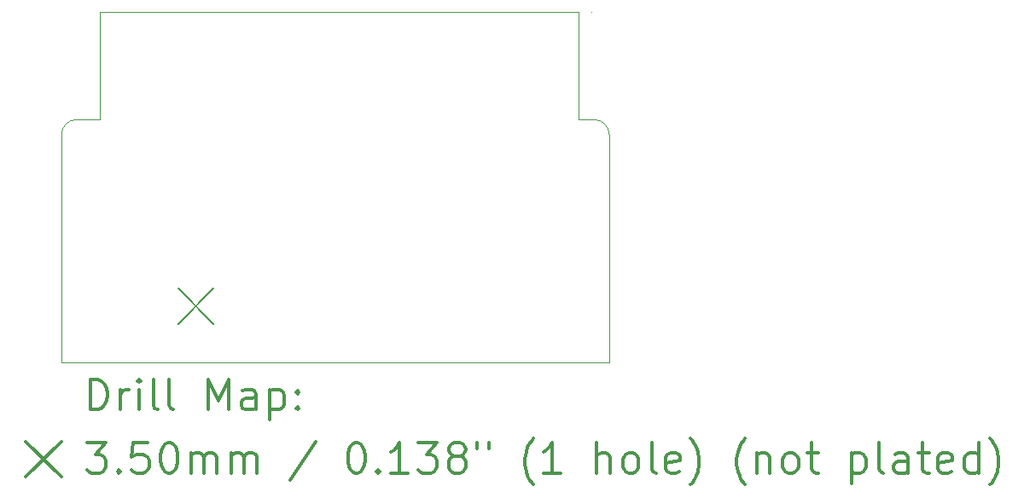
<source format=gbr>
%FSLAX45Y45*%
G04 Gerber Fmt 4.5, Leading zero omitted, Abs format (unit mm)*
G04 Created by KiCad (PCBNEW (5.1.6)-1) date 2022-02-22 09:41:35*
%MOMM*%
%LPD*%
G01*
G04 APERTURE LIST*
%TA.AperFunction,Profile*%
%ADD10C,0.050000*%
%TD*%
%ADD11C,0.200000*%
%ADD12C,0.300000*%
G04 APERTURE END LIST*
D10*
X12166600Y-9906000D02*
G75*
G02*
X12319000Y-9753600I152400J0D01*
G01*
X17449800Y-9753600D02*
G75*
G02*
X17602200Y-9906000I0J-152400D01*
G01*
X12547600Y-9753600D02*
X12319000Y-9753600D01*
X12547600Y-9753600D02*
X12547600Y-8686800D01*
X17297400Y-9753600D02*
X17297400Y-8686800D01*
X17449800Y-9753600D02*
X17297400Y-9753600D01*
X12166600Y-12166600D02*
X12166600Y-9906000D01*
X17424400Y-8686800D02*
X17424400Y-8686800D01*
X17602200Y-12166600D02*
X17602200Y-9906000D01*
X12166600Y-12166600D02*
X17602200Y-12166600D01*
X12547600Y-8686800D02*
X17297400Y-8686800D01*
D11*
X13322800Y-11432800D02*
X13672800Y-11782800D01*
X13672800Y-11432800D02*
X13322800Y-11782800D01*
D12*
X12450528Y-12634814D02*
X12450528Y-12334814D01*
X12521957Y-12334814D01*
X12564814Y-12349100D01*
X12593386Y-12377671D01*
X12607671Y-12406243D01*
X12621957Y-12463386D01*
X12621957Y-12506243D01*
X12607671Y-12563386D01*
X12593386Y-12591957D01*
X12564814Y-12620529D01*
X12521957Y-12634814D01*
X12450528Y-12634814D01*
X12750528Y-12634814D02*
X12750528Y-12434814D01*
X12750528Y-12491957D02*
X12764814Y-12463386D01*
X12779100Y-12449100D01*
X12807671Y-12434814D01*
X12836243Y-12434814D01*
X12936243Y-12634814D02*
X12936243Y-12434814D01*
X12936243Y-12334814D02*
X12921957Y-12349100D01*
X12936243Y-12363386D01*
X12950528Y-12349100D01*
X12936243Y-12334814D01*
X12936243Y-12363386D01*
X13121957Y-12634814D02*
X13093386Y-12620529D01*
X13079100Y-12591957D01*
X13079100Y-12334814D01*
X13279100Y-12634814D02*
X13250528Y-12620529D01*
X13236243Y-12591957D01*
X13236243Y-12334814D01*
X13621957Y-12634814D02*
X13621957Y-12334814D01*
X13721957Y-12549100D01*
X13821957Y-12334814D01*
X13821957Y-12634814D01*
X14093386Y-12634814D02*
X14093386Y-12477671D01*
X14079100Y-12449100D01*
X14050528Y-12434814D01*
X13993386Y-12434814D01*
X13964814Y-12449100D01*
X14093386Y-12620529D02*
X14064814Y-12634814D01*
X13993386Y-12634814D01*
X13964814Y-12620529D01*
X13950528Y-12591957D01*
X13950528Y-12563386D01*
X13964814Y-12534814D01*
X13993386Y-12520529D01*
X14064814Y-12520529D01*
X14093386Y-12506243D01*
X14236243Y-12434814D02*
X14236243Y-12734814D01*
X14236243Y-12449100D02*
X14264814Y-12434814D01*
X14321957Y-12434814D01*
X14350528Y-12449100D01*
X14364814Y-12463386D01*
X14379100Y-12491957D01*
X14379100Y-12577671D01*
X14364814Y-12606243D01*
X14350528Y-12620529D01*
X14321957Y-12634814D01*
X14264814Y-12634814D01*
X14236243Y-12620529D01*
X14507671Y-12606243D02*
X14521957Y-12620529D01*
X14507671Y-12634814D01*
X14493386Y-12620529D01*
X14507671Y-12606243D01*
X14507671Y-12634814D01*
X14507671Y-12449100D02*
X14521957Y-12463386D01*
X14507671Y-12477671D01*
X14493386Y-12463386D01*
X14507671Y-12449100D01*
X14507671Y-12477671D01*
X11814100Y-12954100D02*
X12164100Y-13304100D01*
X12164100Y-12954100D02*
X11814100Y-13304100D01*
X12421957Y-12964814D02*
X12607671Y-12964814D01*
X12507671Y-13079100D01*
X12550528Y-13079100D01*
X12579100Y-13093386D01*
X12593386Y-13107671D01*
X12607671Y-13136243D01*
X12607671Y-13207671D01*
X12593386Y-13236243D01*
X12579100Y-13250529D01*
X12550528Y-13264814D01*
X12464814Y-13264814D01*
X12436243Y-13250529D01*
X12421957Y-13236243D01*
X12736243Y-13236243D02*
X12750528Y-13250529D01*
X12736243Y-13264814D01*
X12721957Y-13250529D01*
X12736243Y-13236243D01*
X12736243Y-13264814D01*
X13021957Y-12964814D02*
X12879100Y-12964814D01*
X12864814Y-13107671D01*
X12879100Y-13093386D01*
X12907671Y-13079100D01*
X12979100Y-13079100D01*
X13007671Y-13093386D01*
X13021957Y-13107671D01*
X13036243Y-13136243D01*
X13036243Y-13207671D01*
X13021957Y-13236243D01*
X13007671Y-13250529D01*
X12979100Y-13264814D01*
X12907671Y-13264814D01*
X12879100Y-13250529D01*
X12864814Y-13236243D01*
X13221957Y-12964814D02*
X13250528Y-12964814D01*
X13279100Y-12979100D01*
X13293386Y-12993386D01*
X13307671Y-13021957D01*
X13321957Y-13079100D01*
X13321957Y-13150529D01*
X13307671Y-13207671D01*
X13293386Y-13236243D01*
X13279100Y-13250529D01*
X13250528Y-13264814D01*
X13221957Y-13264814D01*
X13193386Y-13250529D01*
X13179100Y-13236243D01*
X13164814Y-13207671D01*
X13150528Y-13150529D01*
X13150528Y-13079100D01*
X13164814Y-13021957D01*
X13179100Y-12993386D01*
X13193386Y-12979100D01*
X13221957Y-12964814D01*
X13450528Y-13264814D02*
X13450528Y-13064814D01*
X13450528Y-13093386D02*
X13464814Y-13079100D01*
X13493386Y-13064814D01*
X13536243Y-13064814D01*
X13564814Y-13079100D01*
X13579100Y-13107671D01*
X13579100Y-13264814D01*
X13579100Y-13107671D02*
X13593386Y-13079100D01*
X13621957Y-13064814D01*
X13664814Y-13064814D01*
X13693386Y-13079100D01*
X13707671Y-13107671D01*
X13707671Y-13264814D01*
X13850528Y-13264814D02*
X13850528Y-13064814D01*
X13850528Y-13093386D02*
X13864814Y-13079100D01*
X13893386Y-13064814D01*
X13936243Y-13064814D01*
X13964814Y-13079100D01*
X13979100Y-13107671D01*
X13979100Y-13264814D01*
X13979100Y-13107671D02*
X13993386Y-13079100D01*
X14021957Y-13064814D01*
X14064814Y-13064814D01*
X14093386Y-13079100D01*
X14107671Y-13107671D01*
X14107671Y-13264814D01*
X14693386Y-12950529D02*
X14436243Y-13336243D01*
X15079100Y-12964814D02*
X15107671Y-12964814D01*
X15136243Y-12979100D01*
X15150528Y-12993386D01*
X15164814Y-13021957D01*
X15179100Y-13079100D01*
X15179100Y-13150529D01*
X15164814Y-13207671D01*
X15150528Y-13236243D01*
X15136243Y-13250529D01*
X15107671Y-13264814D01*
X15079100Y-13264814D01*
X15050528Y-13250529D01*
X15036243Y-13236243D01*
X15021957Y-13207671D01*
X15007671Y-13150529D01*
X15007671Y-13079100D01*
X15021957Y-13021957D01*
X15036243Y-12993386D01*
X15050528Y-12979100D01*
X15079100Y-12964814D01*
X15307671Y-13236243D02*
X15321957Y-13250529D01*
X15307671Y-13264814D01*
X15293386Y-13250529D01*
X15307671Y-13236243D01*
X15307671Y-13264814D01*
X15607671Y-13264814D02*
X15436243Y-13264814D01*
X15521957Y-13264814D02*
X15521957Y-12964814D01*
X15493386Y-13007671D01*
X15464814Y-13036243D01*
X15436243Y-13050529D01*
X15707671Y-12964814D02*
X15893386Y-12964814D01*
X15793386Y-13079100D01*
X15836243Y-13079100D01*
X15864814Y-13093386D01*
X15879100Y-13107671D01*
X15893386Y-13136243D01*
X15893386Y-13207671D01*
X15879100Y-13236243D01*
X15864814Y-13250529D01*
X15836243Y-13264814D01*
X15750528Y-13264814D01*
X15721957Y-13250529D01*
X15707671Y-13236243D01*
X16064814Y-13093386D02*
X16036243Y-13079100D01*
X16021957Y-13064814D01*
X16007671Y-13036243D01*
X16007671Y-13021957D01*
X16021957Y-12993386D01*
X16036243Y-12979100D01*
X16064814Y-12964814D01*
X16121957Y-12964814D01*
X16150528Y-12979100D01*
X16164814Y-12993386D01*
X16179100Y-13021957D01*
X16179100Y-13036243D01*
X16164814Y-13064814D01*
X16150528Y-13079100D01*
X16121957Y-13093386D01*
X16064814Y-13093386D01*
X16036243Y-13107671D01*
X16021957Y-13121957D01*
X16007671Y-13150529D01*
X16007671Y-13207671D01*
X16021957Y-13236243D01*
X16036243Y-13250529D01*
X16064814Y-13264814D01*
X16121957Y-13264814D01*
X16150528Y-13250529D01*
X16164814Y-13236243D01*
X16179100Y-13207671D01*
X16179100Y-13150529D01*
X16164814Y-13121957D01*
X16150528Y-13107671D01*
X16121957Y-13093386D01*
X16293386Y-12964814D02*
X16293386Y-13021957D01*
X16407671Y-12964814D02*
X16407671Y-13021957D01*
X16850528Y-13379100D02*
X16836243Y-13364814D01*
X16807671Y-13321957D01*
X16793386Y-13293386D01*
X16779100Y-13250529D01*
X16764814Y-13179100D01*
X16764814Y-13121957D01*
X16779100Y-13050529D01*
X16793386Y-13007671D01*
X16807671Y-12979100D01*
X16836243Y-12936243D01*
X16850528Y-12921957D01*
X17121957Y-13264814D02*
X16950528Y-13264814D01*
X17036243Y-13264814D02*
X17036243Y-12964814D01*
X17007671Y-13007671D01*
X16979100Y-13036243D01*
X16950528Y-13050529D01*
X17479100Y-13264814D02*
X17479100Y-12964814D01*
X17607671Y-13264814D02*
X17607671Y-13107671D01*
X17593386Y-13079100D01*
X17564814Y-13064814D01*
X17521957Y-13064814D01*
X17493386Y-13079100D01*
X17479100Y-13093386D01*
X17793386Y-13264814D02*
X17764814Y-13250529D01*
X17750528Y-13236243D01*
X17736243Y-13207671D01*
X17736243Y-13121957D01*
X17750528Y-13093386D01*
X17764814Y-13079100D01*
X17793386Y-13064814D01*
X17836243Y-13064814D01*
X17864814Y-13079100D01*
X17879100Y-13093386D01*
X17893386Y-13121957D01*
X17893386Y-13207671D01*
X17879100Y-13236243D01*
X17864814Y-13250529D01*
X17836243Y-13264814D01*
X17793386Y-13264814D01*
X18064814Y-13264814D02*
X18036243Y-13250529D01*
X18021957Y-13221957D01*
X18021957Y-12964814D01*
X18293386Y-13250529D02*
X18264814Y-13264814D01*
X18207671Y-13264814D01*
X18179100Y-13250529D01*
X18164814Y-13221957D01*
X18164814Y-13107671D01*
X18179100Y-13079100D01*
X18207671Y-13064814D01*
X18264814Y-13064814D01*
X18293386Y-13079100D01*
X18307671Y-13107671D01*
X18307671Y-13136243D01*
X18164814Y-13164814D01*
X18407671Y-13379100D02*
X18421957Y-13364814D01*
X18450528Y-13321957D01*
X18464814Y-13293386D01*
X18479100Y-13250529D01*
X18493386Y-13179100D01*
X18493386Y-13121957D01*
X18479100Y-13050529D01*
X18464814Y-13007671D01*
X18450528Y-12979100D01*
X18421957Y-12936243D01*
X18407671Y-12921957D01*
X18950528Y-13379100D02*
X18936243Y-13364814D01*
X18907671Y-13321957D01*
X18893386Y-13293386D01*
X18879100Y-13250529D01*
X18864814Y-13179100D01*
X18864814Y-13121957D01*
X18879100Y-13050529D01*
X18893386Y-13007671D01*
X18907671Y-12979100D01*
X18936243Y-12936243D01*
X18950528Y-12921957D01*
X19064814Y-13064814D02*
X19064814Y-13264814D01*
X19064814Y-13093386D02*
X19079100Y-13079100D01*
X19107671Y-13064814D01*
X19150528Y-13064814D01*
X19179100Y-13079100D01*
X19193386Y-13107671D01*
X19193386Y-13264814D01*
X19379100Y-13264814D02*
X19350528Y-13250529D01*
X19336243Y-13236243D01*
X19321957Y-13207671D01*
X19321957Y-13121957D01*
X19336243Y-13093386D01*
X19350528Y-13079100D01*
X19379100Y-13064814D01*
X19421957Y-13064814D01*
X19450528Y-13079100D01*
X19464814Y-13093386D01*
X19479100Y-13121957D01*
X19479100Y-13207671D01*
X19464814Y-13236243D01*
X19450528Y-13250529D01*
X19421957Y-13264814D01*
X19379100Y-13264814D01*
X19564814Y-13064814D02*
X19679100Y-13064814D01*
X19607671Y-12964814D02*
X19607671Y-13221957D01*
X19621957Y-13250529D01*
X19650528Y-13264814D01*
X19679100Y-13264814D01*
X20007671Y-13064814D02*
X20007671Y-13364814D01*
X20007671Y-13079100D02*
X20036243Y-13064814D01*
X20093386Y-13064814D01*
X20121957Y-13079100D01*
X20136243Y-13093386D01*
X20150528Y-13121957D01*
X20150528Y-13207671D01*
X20136243Y-13236243D01*
X20121957Y-13250529D01*
X20093386Y-13264814D01*
X20036243Y-13264814D01*
X20007671Y-13250529D01*
X20321957Y-13264814D02*
X20293386Y-13250529D01*
X20279100Y-13221957D01*
X20279100Y-12964814D01*
X20564814Y-13264814D02*
X20564814Y-13107671D01*
X20550528Y-13079100D01*
X20521957Y-13064814D01*
X20464814Y-13064814D01*
X20436243Y-13079100D01*
X20564814Y-13250529D02*
X20536243Y-13264814D01*
X20464814Y-13264814D01*
X20436243Y-13250529D01*
X20421957Y-13221957D01*
X20421957Y-13193386D01*
X20436243Y-13164814D01*
X20464814Y-13150529D01*
X20536243Y-13150529D01*
X20564814Y-13136243D01*
X20664814Y-13064814D02*
X20779100Y-13064814D01*
X20707671Y-12964814D02*
X20707671Y-13221957D01*
X20721957Y-13250529D01*
X20750528Y-13264814D01*
X20779100Y-13264814D01*
X20993386Y-13250529D02*
X20964814Y-13264814D01*
X20907671Y-13264814D01*
X20879100Y-13250529D01*
X20864814Y-13221957D01*
X20864814Y-13107671D01*
X20879100Y-13079100D01*
X20907671Y-13064814D01*
X20964814Y-13064814D01*
X20993386Y-13079100D01*
X21007671Y-13107671D01*
X21007671Y-13136243D01*
X20864814Y-13164814D01*
X21264814Y-13264814D02*
X21264814Y-12964814D01*
X21264814Y-13250529D02*
X21236243Y-13264814D01*
X21179100Y-13264814D01*
X21150528Y-13250529D01*
X21136243Y-13236243D01*
X21121957Y-13207671D01*
X21121957Y-13121957D01*
X21136243Y-13093386D01*
X21150528Y-13079100D01*
X21179100Y-13064814D01*
X21236243Y-13064814D01*
X21264814Y-13079100D01*
X21379100Y-13379100D02*
X21393386Y-13364814D01*
X21421957Y-13321957D01*
X21436243Y-13293386D01*
X21450528Y-13250529D01*
X21464814Y-13179100D01*
X21464814Y-13121957D01*
X21450528Y-13050529D01*
X21436243Y-13007671D01*
X21421957Y-12979100D01*
X21393386Y-12936243D01*
X21379100Y-12921957D01*
M02*

</source>
